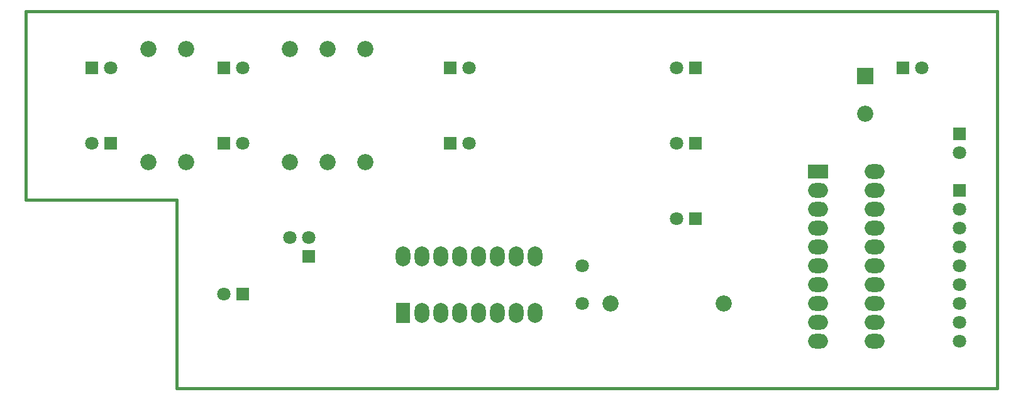
<source format=gbr>
G04 #@! TF.FileFunction,Soldermask,Bot*
%FSLAX46Y46*%
G04 Gerber Fmt 4.6, Leading zero omitted, Abs format (unit mm)*
G04 Created by KiCad (PCBNEW 4.0.5+dfsg1-4+deb9u1) date Mon Sep 26 08:34:44 2022*
%MOMM*%
%LPD*%
G01*
G04 APERTURE LIST*
%ADD10C,0.100000*%
%ADD11C,0.381000*%
%ADD12R,1.974800X2.686000*%
%ADD13O,1.974800X2.686000*%
%ADD14R,2.686000X1.974800*%
%ADD15O,2.686000X1.974800*%
%ADD16C,1.797000*%
%ADD17R,2.178000X2.178000*%
%ADD18C,2.178000*%
%ADD19R,1.797000X1.797000*%
G04 APERTURE END LIST*
D10*
D11*
X217170000Y-125730000D02*
X217170000Y-74930000D01*
X106680000Y-125730000D02*
X217170000Y-125730000D01*
X106680000Y-100330000D02*
X106680000Y-125730000D01*
X86360000Y-100330000D02*
X106680000Y-100330000D01*
X86360000Y-74930000D02*
X86360000Y-100330000D01*
X132080000Y-74930000D02*
X217170000Y-74930000D01*
X86360000Y-74930000D02*
X132080000Y-74930000D01*
D12*
X137160000Y-115570000D03*
D13*
X139700000Y-115570000D03*
X142240000Y-115570000D03*
X144780000Y-115570000D03*
X147320000Y-115570000D03*
X149860000Y-115570000D03*
X152400000Y-115570000D03*
X154940000Y-115570000D03*
X154940000Y-107950000D03*
X152400000Y-107950000D03*
X149860000Y-107950000D03*
X147320000Y-107950000D03*
X144780000Y-107950000D03*
X142240000Y-107950000D03*
X139700000Y-107950000D03*
X137160000Y-107950000D03*
D14*
X193040000Y-96520000D03*
D15*
X193040000Y-99060000D03*
X193040000Y-101600000D03*
X193040000Y-104140000D03*
X193040000Y-106680000D03*
X193040000Y-109220000D03*
X193040000Y-111760000D03*
X193040000Y-114300000D03*
X193040000Y-116840000D03*
X193040000Y-119380000D03*
X200660000Y-119380000D03*
X200660000Y-116840000D03*
X200660000Y-114300000D03*
X200660000Y-111760000D03*
X200660000Y-109220000D03*
X200660000Y-106680000D03*
X200660000Y-104140000D03*
X200660000Y-101600000D03*
X200660000Y-99060000D03*
X200660000Y-96520000D03*
D16*
X161290000Y-109220000D03*
X161290000Y-114300000D03*
D17*
X199390000Y-83693000D03*
D18*
X199390000Y-88773000D03*
D19*
X95250000Y-82550000D03*
D16*
X97790000Y-82550000D03*
D19*
X143510000Y-82550000D03*
D16*
X146050000Y-82550000D03*
D19*
X143510000Y-92710000D03*
D16*
X146050000Y-92710000D03*
D19*
X176530000Y-82550000D03*
D16*
X173990000Y-82550000D03*
D19*
X176530000Y-92710000D03*
D16*
X173990000Y-92710000D03*
D19*
X176530000Y-102870000D03*
D16*
X173990000Y-102870000D03*
D19*
X204470000Y-82550000D03*
D16*
X207010000Y-82550000D03*
D19*
X113030000Y-82550000D03*
D16*
X115570000Y-82550000D03*
D19*
X113030000Y-92710000D03*
D16*
X115570000Y-92710000D03*
D19*
X115570000Y-113030000D03*
D16*
X113030000Y-113030000D03*
D19*
X97790000Y-92710000D03*
D16*
X95250000Y-92710000D03*
D18*
X102870000Y-80010000D03*
X102870000Y-95250000D03*
X127000000Y-80010000D03*
X127000000Y-95250000D03*
X107950000Y-80010000D03*
X107950000Y-95250000D03*
X132080000Y-80010000D03*
X132080000Y-95250000D03*
X165100000Y-114300000D03*
X180340000Y-114300000D03*
X121920000Y-95250000D03*
X121920000Y-80010000D03*
D19*
X124460000Y-107950000D03*
D16*
X124460000Y-105410000D03*
X121920000Y-105410000D03*
D19*
X212090000Y-99060000D03*
D16*
X212090000Y-101600000D03*
X212090000Y-104140000D03*
X212090000Y-106680000D03*
X212090000Y-109220000D03*
X212090000Y-111760000D03*
X212090000Y-114300000D03*
X212090000Y-116840000D03*
X212090000Y-119380000D03*
D19*
X212090000Y-91440000D03*
D16*
X212090000Y-93980000D03*
M02*

</source>
